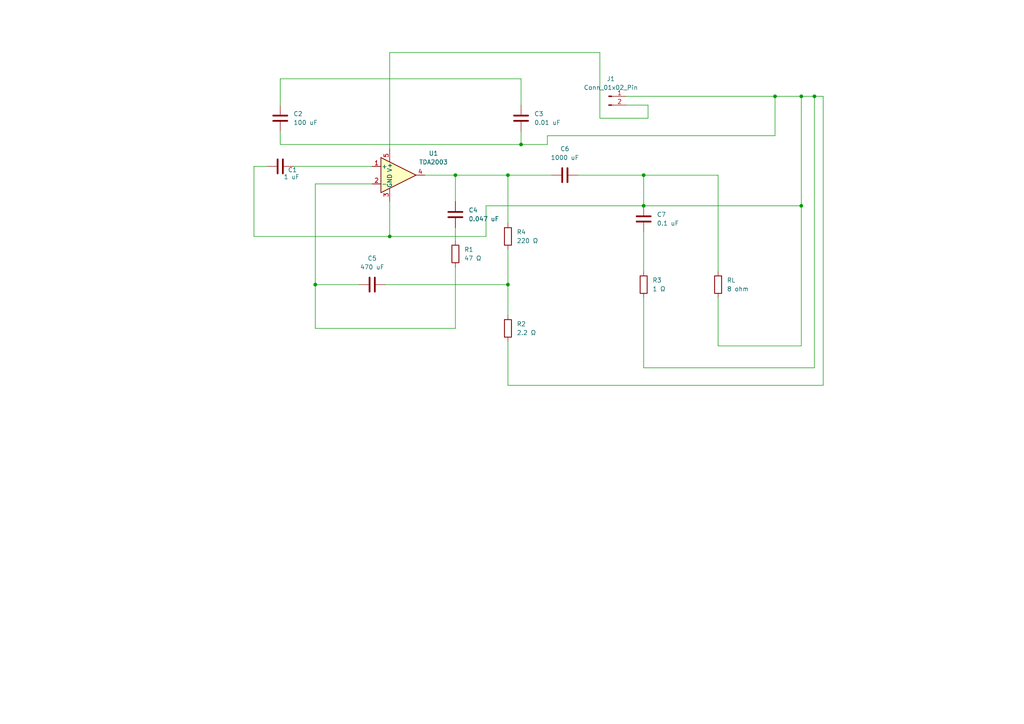
<source format=kicad_sch>
(kicad_sch
	(version 20231120)
	(generator "eeschema")
	(generator_version "8.0")
	(uuid "6256b6e5-ca54-4667-9db5-aca5fdb91787")
	(paper "A4")
	(lib_symbols
		(symbol "Amplifier_Audio:TDA2003"
			(pin_names
				(offset 0.127)
			)
			(exclude_from_sim no)
			(in_bom yes)
			(on_board yes)
			(property "Reference" "U"
				(at 3.81 6.35 0)
				(effects
					(font
						(size 1.27 1.27)
					)
				)
			)
			(property "Value" "TDA2003"
				(at 3.81 3.81 0)
				(effects
					(font
						(size 1.27 1.27)
					)
				)
			)
			(property "Footprint" "Package_TO_SOT_THT:TO-220-5_P3.4x3.7mm_StaggerOdd_Lead3.8mm_Vertical"
				(at 0 0 0)
				(effects
					(font
						(size 1.27 1.27)
						(italic yes)
					)
					(hide yes)
				)
			)
			(property "Datasheet" "http://www.st.com/resource/en/datasheet/cd00000123.pdf"
				(at 0 0 0)
				(effects
					(font
						(size 1.27 1.27)
					)
					(hide yes)
				)
			)
			(property "Description" "10W Car Radio Audio Amplifier, TO-220-5"
				(at 0 0 0)
				(effects
					(font
						(size 1.27 1.27)
					)
					(hide yes)
				)
			)
			(property "ki_keywords" "audio amplifier"
				(at 0 0 0)
				(effects
					(font
						(size 1.27 1.27)
					)
					(hide yes)
				)
			)
			(property "ki_fp_filters" "TO*220*StaggerOdd*"
				(at 0 0 0)
				(effects
					(font
						(size 1.27 1.27)
					)
					(hide yes)
				)
			)
			(symbol "TDA2003_0_1"
				(polyline
					(pts
						(xy -5.08 5.08) (xy 5.08 0) (xy -5.08 -5.08) (xy -5.08 5.08)
					)
					(stroke
						(width 0.254)
						(type default)
					)
					(fill
						(type background)
					)
				)
			)
			(symbol "TDA2003_1_1"
				(pin input line
					(at -7.62 2.54 0)
					(length 2.54)
					(name "+"
						(effects
							(font
								(size 1.27 1.27)
							)
						)
					)
					(number "1"
						(effects
							(font
								(size 1.27 1.27)
							)
						)
					)
				)
				(pin input line
					(at -7.62 -2.54 0)
					(length 2.54)
					(name "-"
						(effects
							(font
								(size 1.27 1.27)
							)
						)
					)
					(number "2"
						(effects
							(font
								(size 1.27 1.27)
							)
						)
					)
				)
				(pin power_in line
					(at -2.54 -7.62 90)
					(length 3.81)
					(name "GND"
						(effects
							(font
								(size 1.27 1.27)
							)
						)
					)
					(number "3"
						(effects
							(font
								(size 1.27 1.27)
							)
						)
					)
				)
				(pin output line
					(at 7.62 0 180)
					(length 2.54)
					(name "~"
						(effects
							(font
								(size 1.27 1.27)
							)
						)
					)
					(number "4"
						(effects
							(font
								(size 1.27 1.27)
							)
						)
					)
				)
				(pin power_in line
					(at -2.54 7.62 270)
					(length 3.81)
					(name "V+"
						(effects
							(font
								(size 1.27 1.27)
							)
						)
					)
					(number "5"
						(effects
							(font
								(size 1.27 1.27)
							)
						)
					)
				)
			)
		)
		(symbol "Connector:Conn_01x02_Pin"
			(pin_names
				(offset 1.016) hide)
			(exclude_from_sim no)
			(in_bom yes)
			(on_board yes)
			(property "Reference" "J"
				(at 0 2.54 0)
				(effects
					(font
						(size 1.27 1.27)
					)
				)
			)
			(property "Value" "Conn_01x02_Pin"
				(at 0 -5.08 0)
				(effects
					(font
						(size 1.27 1.27)
					)
				)
			)
			(property "Footprint" ""
				(at 0 0 0)
				(effects
					(font
						(size 1.27 1.27)
					)
					(hide yes)
				)
			)
			(property "Datasheet" "~"
				(at 0 0 0)
				(effects
					(font
						(size 1.27 1.27)
					)
					(hide yes)
				)
			)
			(property "Description" "Generic connector, single row, 01x02, script generated"
				(at 0 0 0)
				(effects
					(font
						(size 1.27 1.27)
					)
					(hide yes)
				)
			)
			(property "ki_locked" ""
				(at 0 0 0)
				(effects
					(font
						(size 1.27 1.27)
					)
				)
			)
			(property "ki_keywords" "connector"
				(at 0 0 0)
				(effects
					(font
						(size 1.27 1.27)
					)
					(hide yes)
				)
			)
			(property "ki_fp_filters" "Connector*:*_1x??_*"
				(at 0 0 0)
				(effects
					(font
						(size 1.27 1.27)
					)
					(hide yes)
				)
			)
			(symbol "Conn_01x02_Pin_1_1"
				(polyline
					(pts
						(xy 1.27 -2.54) (xy 0.8636 -2.54)
					)
					(stroke
						(width 0.1524)
						(type default)
					)
					(fill
						(type none)
					)
				)
				(polyline
					(pts
						(xy 1.27 0) (xy 0.8636 0)
					)
					(stroke
						(width 0.1524)
						(type default)
					)
					(fill
						(type none)
					)
				)
				(rectangle
					(start 0.8636 -2.413)
					(end 0 -2.667)
					(stroke
						(width 0.1524)
						(type default)
					)
					(fill
						(type outline)
					)
				)
				(rectangle
					(start 0.8636 0.127)
					(end 0 -0.127)
					(stroke
						(width 0.1524)
						(type default)
					)
					(fill
						(type outline)
					)
				)
				(pin passive line
					(at 5.08 0 180)
					(length 3.81)
					(name "Pin_1"
						(effects
							(font
								(size 1.27 1.27)
							)
						)
					)
					(number "1"
						(effects
							(font
								(size 1.27 1.27)
							)
						)
					)
				)
				(pin passive line
					(at 5.08 -2.54 180)
					(length 3.81)
					(name "Pin_2"
						(effects
							(font
								(size 1.27 1.27)
							)
						)
					)
					(number "2"
						(effects
							(font
								(size 1.27 1.27)
							)
						)
					)
				)
			)
		)
		(symbol "Device:C"
			(pin_numbers hide)
			(pin_names
				(offset 0.254)
			)
			(exclude_from_sim no)
			(in_bom yes)
			(on_board yes)
			(property "Reference" "C"
				(at 0.635 2.54 0)
				(effects
					(font
						(size 1.27 1.27)
					)
					(justify left)
				)
			)
			(property "Value" "C"
				(at 0.635 -2.54 0)
				(effects
					(font
						(size 1.27 1.27)
					)
					(justify left)
				)
			)
			(property "Footprint" ""
				(at 0.9652 -3.81 0)
				(effects
					(font
						(size 1.27 1.27)
					)
					(hide yes)
				)
			)
			(property "Datasheet" "~"
				(at 0 0 0)
				(effects
					(font
						(size 1.27 1.27)
					)
					(hide yes)
				)
			)
			(property "Description" "Unpolarized capacitor"
				(at 0 0 0)
				(effects
					(font
						(size 1.27 1.27)
					)
					(hide yes)
				)
			)
			(property "ki_keywords" "cap capacitor"
				(at 0 0 0)
				(effects
					(font
						(size 1.27 1.27)
					)
					(hide yes)
				)
			)
			(property "ki_fp_filters" "C_*"
				(at 0 0 0)
				(effects
					(font
						(size 1.27 1.27)
					)
					(hide yes)
				)
			)
			(symbol "C_0_1"
				(polyline
					(pts
						(xy -2.032 -0.762) (xy 2.032 -0.762)
					)
					(stroke
						(width 0.508)
						(type default)
					)
					(fill
						(type none)
					)
				)
				(polyline
					(pts
						(xy -2.032 0.762) (xy 2.032 0.762)
					)
					(stroke
						(width 0.508)
						(type default)
					)
					(fill
						(type none)
					)
				)
			)
			(symbol "C_1_1"
				(pin passive line
					(at 0 3.81 270)
					(length 2.794)
					(name "~"
						(effects
							(font
								(size 1.27 1.27)
							)
						)
					)
					(number "1"
						(effects
							(font
								(size 1.27 1.27)
							)
						)
					)
				)
				(pin passive line
					(at 0 -3.81 90)
					(length 2.794)
					(name "~"
						(effects
							(font
								(size 1.27 1.27)
							)
						)
					)
					(number "2"
						(effects
							(font
								(size 1.27 1.27)
							)
						)
					)
				)
			)
		)
		(symbol "Device:R"
			(pin_numbers hide)
			(pin_names
				(offset 0)
			)
			(exclude_from_sim no)
			(in_bom yes)
			(on_board yes)
			(property "Reference" "R"
				(at 2.032 0 90)
				(effects
					(font
						(size 1.27 1.27)
					)
				)
			)
			(property "Value" "R"
				(at 0 0 90)
				(effects
					(font
						(size 1.27 1.27)
					)
				)
			)
			(property "Footprint" ""
				(at -1.778 0 90)
				(effects
					(font
						(size 1.27 1.27)
					)
					(hide yes)
				)
			)
			(property "Datasheet" "~"
				(at 0 0 0)
				(effects
					(font
						(size 1.27 1.27)
					)
					(hide yes)
				)
			)
			(property "Description" "Resistor"
				(at 0 0 0)
				(effects
					(font
						(size 1.27 1.27)
					)
					(hide yes)
				)
			)
			(property "ki_keywords" "R res resistor"
				(at 0 0 0)
				(effects
					(font
						(size 1.27 1.27)
					)
					(hide yes)
				)
			)
			(property "ki_fp_filters" "R_*"
				(at 0 0 0)
				(effects
					(font
						(size 1.27 1.27)
					)
					(hide yes)
				)
			)
			(symbol "R_0_1"
				(rectangle
					(start -1.016 -2.54)
					(end 1.016 2.54)
					(stroke
						(width 0.254)
						(type default)
					)
					(fill
						(type none)
					)
				)
			)
			(symbol "R_1_1"
				(pin passive line
					(at 0 3.81 270)
					(length 1.27)
					(name "~"
						(effects
							(font
								(size 1.27 1.27)
							)
						)
					)
					(number "1"
						(effects
							(font
								(size 1.27 1.27)
							)
						)
					)
				)
				(pin passive line
					(at 0 -3.81 90)
					(length 1.27)
					(name "~"
						(effects
							(font
								(size 1.27 1.27)
							)
						)
					)
					(number "2"
						(effects
							(font
								(size 1.27 1.27)
							)
						)
					)
				)
			)
		)
	)
	(junction
		(at 232.41 27.94)
		(diameter 0)
		(color 0 0 0 0)
		(uuid "0ea24e0c-e536-4665-979b-0fffe0f5feb9")
	)
	(junction
		(at 224.79 27.94)
		(diameter 0)
		(color 0 0 0 0)
		(uuid "16d47291-88bd-4a42-aa01-7086a0b0a41e")
	)
	(junction
		(at 186.69 59.69)
		(diameter 0)
		(color 0 0 0 0)
		(uuid "230fb8df-82d3-4c3d-a02b-cc61ff8a0c2b")
	)
	(junction
		(at 151.13 41.91)
		(diameter 0)
		(color 0 0 0 0)
		(uuid "32316c1d-4f42-4ac2-a524-a18085cf0efc")
	)
	(junction
		(at 132.08 50.8)
		(diameter 0)
		(color 0 0 0 0)
		(uuid "3fc03fe7-07ea-480d-a93f-4b1571ec5c54")
	)
	(junction
		(at 91.44 82.55)
		(diameter 0)
		(color 0 0 0 0)
		(uuid "5ccc2205-c0ac-4e6f-bc86-69a9bdca639f")
	)
	(junction
		(at 236.22 27.94)
		(diameter 0)
		(color 0 0 0 0)
		(uuid "978cc0ca-5b90-43a6-8fd8-9e84b15ffc94")
	)
	(junction
		(at 113.03 68.58)
		(diameter 0)
		(color 0 0 0 0)
		(uuid "9f9fdbba-5107-4b94-bc94-6184c4701f09")
	)
	(junction
		(at 186.69 50.8)
		(diameter 0)
		(color 0 0 0 0)
		(uuid "a2eb5cef-9aa9-4440-b1e5-c1f88f21409d")
	)
	(junction
		(at 147.32 82.55)
		(diameter 0)
		(color 0 0 0 0)
		(uuid "dda56dc6-f740-4069-a85f-bcaf6eba3795")
	)
	(junction
		(at 232.41 59.69)
		(diameter 0)
		(color 0 0 0 0)
		(uuid "f32dfb8f-18f7-41e4-bb76-263287aff04d")
	)
	(junction
		(at 147.32 50.8)
		(diameter 0)
		(color 0 0 0 0)
		(uuid "f97744ec-3e3a-49c9-bf29-1e3d8416e6d5")
	)
	(wire
		(pts
			(xy 73.66 68.58) (xy 113.03 68.58)
		)
		(stroke
			(width 0)
			(type default)
		)
		(uuid "0136f694-edbf-4075-91f0-1a0167d006ad")
	)
	(wire
		(pts
			(xy 158.75 41.91) (xy 151.13 41.91)
		)
		(stroke
			(width 0)
			(type default)
		)
		(uuid "078006d3-47e3-43fd-aaeb-b4746ecef31c")
	)
	(wire
		(pts
			(xy 147.32 50.8) (xy 160.02 50.8)
		)
		(stroke
			(width 0)
			(type default)
		)
		(uuid "1edcab64-4d56-439d-b4b5-21aa0cc4fb98")
	)
	(wire
		(pts
			(xy 208.28 100.33) (xy 232.41 100.33)
		)
		(stroke
			(width 0)
			(type default)
		)
		(uuid "20744010-bb70-4fbc-911a-7453e953e4da")
	)
	(wire
		(pts
			(xy 147.32 82.55) (xy 147.32 91.44)
		)
		(stroke
			(width 0)
			(type default)
		)
		(uuid "22878b08-3fcc-454d-b4ef-5e2656811920")
	)
	(wire
		(pts
			(xy 147.32 64.77) (xy 147.32 50.8)
		)
		(stroke
			(width 0)
			(type default)
		)
		(uuid "255aa7b6-b0c8-44fd-a351-74f75235235f")
	)
	(wire
		(pts
			(xy 187.96 30.48) (xy 181.61 30.48)
		)
		(stroke
			(width 0)
			(type default)
		)
		(uuid "25e478f0-699a-4ef4-acfd-a4c602d66004")
	)
	(wire
		(pts
			(xy 113.03 43.18) (xy 113.03 15.24)
		)
		(stroke
			(width 0)
			(type default)
		)
		(uuid "312af1da-069c-4789-bf0a-7f0a1a379dfc")
	)
	(wire
		(pts
			(xy 147.32 99.06) (xy 147.32 111.76)
		)
		(stroke
			(width 0)
			(type default)
		)
		(uuid "348e5150-9055-4647-9c79-bf3720f9faf8")
	)
	(wire
		(pts
			(xy 73.66 48.26) (xy 73.66 68.58)
		)
		(stroke
			(width 0)
			(type default)
		)
		(uuid "34b6c6fe-1646-4547-9629-53e07fdc56db")
	)
	(wire
		(pts
			(xy 132.08 95.25) (xy 91.44 95.25)
		)
		(stroke
			(width 0)
			(type default)
		)
		(uuid "3655ecef-10df-4fc2-9925-c8624b89b7aa")
	)
	(wire
		(pts
			(xy 113.03 68.58) (xy 140.97 68.58)
		)
		(stroke
			(width 0)
			(type default)
		)
		(uuid "3d11d0b6-23a8-45b0-aee7-4a64c96343dc")
	)
	(wire
		(pts
			(xy 186.69 106.68) (xy 236.22 106.68)
		)
		(stroke
			(width 0)
			(type default)
		)
		(uuid "4408abbb-1541-4eef-99db-99ad050a8b03")
	)
	(wire
		(pts
			(xy 147.32 111.76) (xy 238.76 111.76)
		)
		(stroke
			(width 0)
			(type default)
		)
		(uuid "4f2f3f17-d205-42ef-8e8d-39af2ffa27a2")
	)
	(wire
		(pts
			(xy 113.03 58.42) (xy 113.03 68.58)
		)
		(stroke
			(width 0)
			(type default)
		)
		(uuid "50ff3381-4c12-483a-b2c1-a7cbce4aa48f")
	)
	(wire
		(pts
			(xy 132.08 77.47) (xy 132.08 95.25)
		)
		(stroke
			(width 0)
			(type default)
		)
		(uuid "525af9ac-8d07-4f14-9a2a-ceed7ab53837")
	)
	(wire
		(pts
			(xy 85.09 48.26) (xy 107.95 48.26)
		)
		(stroke
			(width 0)
			(type default)
		)
		(uuid "569d77bb-b29b-496f-b589-0758bbcd6849")
	)
	(wire
		(pts
			(xy 81.28 38.1) (xy 81.28 41.91)
		)
		(stroke
			(width 0)
			(type default)
		)
		(uuid "5b9094c4-f651-4823-890c-78ce5267379c")
	)
	(wire
		(pts
			(xy 151.13 22.86) (xy 151.13 30.48)
		)
		(stroke
			(width 0)
			(type default)
		)
		(uuid "5bf107fa-6c7a-417e-8b84-1899ad08c09e")
	)
	(wire
		(pts
			(xy 91.44 82.55) (xy 91.44 53.34)
		)
		(stroke
			(width 0)
			(type default)
		)
		(uuid "5cce21f6-b9e1-40c6-ad49-46f443313c38")
	)
	(wire
		(pts
			(xy 232.41 27.94) (xy 224.79 27.94)
		)
		(stroke
			(width 0)
			(type default)
		)
		(uuid "62bd59d2-406a-4ebc-9530-c838b3e9cb1f")
	)
	(wire
		(pts
			(xy 208.28 78.74) (xy 208.28 50.8)
		)
		(stroke
			(width 0)
			(type default)
		)
		(uuid "6471e1dc-df6d-4f8f-85ab-6551937ba3e3")
	)
	(wire
		(pts
			(xy 132.08 50.8) (xy 132.08 58.42)
		)
		(stroke
			(width 0)
			(type default)
		)
		(uuid "6d1fac49-7614-4d12-aa60-db383bbf9da2")
	)
	(wire
		(pts
			(xy 232.41 100.33) (xy 232.41 59.69)
		)
		(stroke
			(width 0)
			(type default)
		)
		(uuid "6e087279-4a33-4a67-aab6-45fd15f5ede2")
	)
	(wire
		(pts
			(xy 151.13 38.1) (xy 151.13 41.91)
		)
		(stroke
			(width 0)
			(type default)
		)
		(uuid "6eee7da3-a867-4ee1-a09e-09d56660044c")
	)
	(wire
		(pts
			(xy 132.08 50.8) (xy 147.32 50.8)
		)
		(stroke
			(width 0)
			(type default)
		)
		(uuid "72bb0143-da0f-4c9c-8baa-890811babd76")
	)
	(wire
		(pts
			(xy 140.97 59.69) (xy 186.69 59.69)
		)
		(stroke
			(width 0)
			(type default)
		)
		(uuid "77c5481d-f240-43a1-9ef2-3064e1f157f3")
	)
	(wire
		(pts
			(xy 113.03 15.24) (xy 173.99 15.24)
		)
		(stroke
			(width 0)
			(type default)
		)
		(uuid "79389ba0-07f5-4f9b-80fa-eb47cd0c8898")
	)
	(wire
		(pts
			(xy 238.76 111.76) (xy 238.76 27.94)
		)
		(stroke
			(width 0)
			(type default)
		)
		(uuid "7996d8c8-5033-437e-8d0a-ddc7c5403333")
	)
	(wire
		(pts
			(xy 132.08 66.04) (xy 132.08 69.85)
		)
		(stroke
			(width 0)
			(type default)
		)
		(uuid "7ea111ec-f46f-4925-88ab-da7cdaaffc1c")
	)
	(wire
		(pts
			(xy 236.22 27.94) (xy 236.22 106.68)
		)
		(stroke
			(width 0)
			(type default)
		)
		(uuid "83a0ab2f-217b-44bf-adf9-c2ebc7d45cf2")
	)
	(wire
		(pts
			(xy 186.69 50.8) (xy 208.28 50.8)
		)
		(stroke
			(width 0)
			(type default)
		)
		(uuid "88a4b6ad-e01e-439c-900f-0937c6f5e145")
	)
	(wire
		(pts
			(xy 158.75 39.37) (xy 158.75 41.91)
		)
		(stroke
			(width 0)
			(type default)
		)
		(uuid "90cbcb00-5113-4902-8b28-80237098aed6")
	)
	(wire
		(pts
			(xy 147.32 72.39) (xy 147.32 82.55)
		)
		(stroke
			(width 0)
			(type default)
		)
		(uuid "956826c5-45da-49df-bb2e-0cd584463d25")
	)
	(wire
		(pts
			(xy 104.14 82.55) (xy 91.44 82.55)
		)
		(stroke
			(width 0)
			(type default)
		)
		(uuid "9569e00d-34d2-4b3a-95df-bc7307fb81e7")
	)
	(wire
		(pts
			(xy 158.75 39.37) (xy 224.79 39.37)
		)
		(stroke
			(width 0)
			(type default)
		)
		(uuid "a29466ae-0046-48a2-a80c-84c61e5a69fc")
	)
	(wire
		(pts
			(xy 186.69 59.69) (xy 232.41 59.69)
		)
		(stroke
			(width 0)
			(type default)
		)
		(uuid "a92790cf-dc1b-4e64-9870-b8a0690c0016")
	)
	(wire
		(pts
			(xy 91.44 53.34) (xy 107.95 53.34)
		)
		(stroke
			(width 0)
			(type default)
		)
		(uuid "aec60db7-bd94-4b6e-92e5-9b977058f6f9")
	)
	(wire
		(pts
			(xy 238.76 27.94) (xy 236.22 27.94)
		)
		(stroke
			(width 0)
			(type default)
		)
		(uuid "b2efcbd8-8eb4-45e2-ac93-20cef38f387b")
	)
	(wire
		(pts
			(xy 167.64 50.8) (xy 186.69 50.8)
		)
		(stroke
			(width 0)
			(type default)
		)
		(uuid "b4837e0f-4365-4da6-bcd8-2b312d787b4f")
	)
	(wire
		(pts
			(xy 81.28 30.48) (xy 81.28 22.86)
		)
		(stroke
			(width 0)
			(type default)
		)
		(uuid "b515f74f-30a0-4798-a4a8-9e0ef400232d")
	)
	(wire
		(pts
			(xy 140.97 68.58) (xy 140.97 59.69)
		)
		(stroke
			(width 0)
			(type default)
		)
		(uuid "b7d66a8e-85a1-4da6-bad2-9eef8b6cb8cb")
	)
	(wire
		(pts
			(xy 173.99 15.24) (xy 173.99 34.29)
		)
		(stroke
			(width 0)
			(type default)
		)
		(uuid "b85a105b-c0d2-4e8d-91a8-ae2469a7d81d")
	)
	(wire
		(pts
			(xy 91.44 95.25) (xy 91.44 82.55)
		)
		(stroke
			(width 0)
			(type default)
		)
		(uuid "c3e6f21b-07d1-4685-a961-e133a4f28a64")
	)
	(wire
		(pts
			(xy 186.69 67.31) (xy 186.69 78.74)
		)
		(stroke
			(width 0)
			(type default)
		)
		(uuid "c749eff9-d937-4dba-9f32-11901c8f91e7")
	)
	(wire
		(pts
			(xy 224.79 27.94) (xy 181.61 27.94)
		)
		(stroke
			(width 0)
			(type default)
		)
		(uuid "cbe2f236-31d9-4b21-8658-f91372789034")
	)
	(wire
		(pts
			(xy 77.47 48.26) (xy 73.66 48.26)
		)
		(stroke
			(width 0)
			(type default)
		)
		(uuid "cc50f190-e36b-4665-9d6e-decd7cad2a10")
	)
	(wire
		(pts
			(xy 186.69 59.69) (xy 186.69 50.8)
		)
		(stroke
			(width 0)
			(type default)
		)
		(uuid "ce264e2d-2a01-47e8-956f-83dd0502805a")
	)
	(wire
		(pts
			(xy 224.79 27.94) (xy 224.79 39.37)
		)
		(stroke
			(width 0)
			(type default)
		)
		(uuid "d1988337-ca7d-4976-8250-32c9582de6a7")
	)
	(wire
		(pts
			(xy 81.28 41.91) (xy 151.13 41.91)
		)
		(stroke
			(width 0)
			(type default)
		)
		(uuid "d68fd9d6-1ccd-43e3-91f2-54ab9420689c")
	)
	(wire
		(pts
			(xy 208.28 86.36) (xy 208.28 100.33)
		)
		(stroke
			(width 0)
			(type default)
		)
		(uuid "daf2fb8c-9d2e-46d7-b49a-4969df70ca53")
	)
	(wire
		(pts
			(xy 187.96 34.29) (xy 187.96 30.48)
		)
		(stroke
			(width 0)
			(type default)
		)
		(uuid "de8c1e5c-8758-4dd3-a51b-e5ce847136e6")
	)
	(wire
		(pts
			(xy 232.41 59.69) (xy 232.41 27.94)
		)
		(stroke
			(width 0)
			(type default)
		)
		(uuid "edc68e2a-c25a-4391-932e-e41987afe644")
	)
	(wire
		(pts
			(xy 81.28 22.86) (xy 151.13 22.86)
		)
		(stroke
			(width 0)
			(type default)
		)
		(uuid "f5835104-7e46-48a9-a930-e5c98a067e44")
	)
	(wire
		(pts
			(xy 123.19 50.8) (xy 132.08 50.8)
		)
		(stroke
			(width 0)
			(type default)
		)
		(uuid "f6daf39f-3193-4db4-8792-8b5e7c929b8d")
	)
	(wire
		(pts
			(xy 173.99 34.29) (xy 187.96 34.29)
		)
		(stroke
			(width 0)
			(type default)
		)
		(uuid "f885e6f3-75db-4f40-b850-d0a036ce60f4")
	)
	(wire
		(pts
			(xy 111.76 82.55) (xy 147.32 82.55)
		)
		(stroke
			(width 0)
			(type default)
		)
		(uuid "f9caa219-3281-4066-bf72-d004fa7e95c5")
	)
	(wire
		(pts
			(xy 236.22 27.94) (xy 232.41 27.94)
		)
		(stroke
			(width 0)
			(type default)
		)
		(uuid "fa1a3768-9ea1-4d2c-8f55-d0e6409147d9")
	)
	(wire
		(pts
			(xy 186.69 86.36) (xy 186.69 106.68)
		)
		(stroke
			(width 0)
			(type default)
		)
		(uuid "fc9a9240-75d3-4b18-bc20-cf50284f6c06")
	)
	(symbol
		(lib_id "Device:R")
		(at 147.32 68.58 0)
		(unit 1)
		(exclude_from_sim no)
		(in_bom yes)
		(on_board yes)
		(dnp no)
		(fields_autoplaced yes)
		(uuid "1469911b-dc35-4879-9c39-686664a4e8fb")
		(property "Reference" "R4"
			(at 149.86 67.3099 0)
			(effects
				(font
					(size 1.27 1.27)
				)
				(justify left)
			)
		)
		(property "Value" "220 Ω"
			(at 149.86 69.8499 0)
			(effects
				(font
					(size 1.27 1.27)
				)
				(justify left)
			)
		)
		(property "Footprint" ""
			(at 145.542 68.58 90)
			(effects
				(font
					(size 1.27 1.27)
				)
				(hide yes)
			)
		)
		(property "Datasheet" "~"
			(at 147.32 68.58 0)
			(effects
				(font
					(size 1.27 1.27)
				)
				(hide yes)
			)
		)
		(property "Description" "Resistor"
			(at 147.32 68.58 0)
			(effects
				(font
					(size 1.27 1.27)
				)
				(hide yes)
			)
		)
		(pin "1"
			(uuid "06ad371d-e08e-44f0-b8c9-f2e56cf99fec")
		)
		(pin "2"
			(uuid "2dfb872d-d5c4-4bc8-86bb-132114fc205f")
		)
		(instances
			(project "TL20441"
				(path "/6256b6e5-ca54-4667-9db5-aca5fdb91787"
					(reference "R4")
					(unit 1)
				)
			)
		)
	)
	(symbol
		(lib_id "Device:C")
		(at 151.13 34.29 0)
		(unit 1)
		(exclude_from_sim no)
		(in_bom yes)
		(on_board yes)
		(dnp no)
		(fields_autoplaced yes)
		(uuid "1992dd08-3e45-40ed-8f95-80549a7880b2")
		(property "Reference" "C3"
			(at 154.94 33.0199 0)
			(effects
				(font
					(size 1.27 1.27)
				)
				(justify left)
			)
		)
		(property "Value" "0.01 uF"
			(at 154.94 35.5599 0)
			(effects
				(font
					(size 1.27 1.27)
				)
				(justify left)
			)
		)
		(property "Footprint" ""
			(at 152.0952 38.1 0)
			(effects
				(font
					(size 1.27 1.27)
				)
				(hide yes)
			)
		)
		(property "Datasheet" "~"
			(at 151.13 34.29 0)
			(effects
				(font
					(size 1.27 1.27)
				)
				(hide yes)
			)
		)
		(property "Description" "Unpolarized capacitor"
			(at 151.13 34.29 0)
			(effects
				(font
					(size 1.27 1.27)
				)
				(hide yes)
			)
		)
		(pin "1"
			(uuid "2bedfb84-8820-4f76-b93f-9736aa34b55c")
		)
		(pin "2"
			(uuid "880a4c40-a1f8-4bd8-9066-30b3dac96fde")
		)
		(instances
			(project ""
				(path "/6256b6e5-ca54-4667-9db5-aca5fdb91787"
					(reference "C3")
					(unit 1)
				)
			)
		)
	)
	(symbol
		(lib_id "Amplifier_Audio:TDA2003")
		(at 115.57 50.8 0)
		(unit 1)
		(exclude_from_sim no)
		(in_bom yes)
		(on_board yes)
		(dnp no)
		(fields_autoplaced yes)
		(uuid "249abeba-daa5-46c3-a6a8-a2a547c7fb68")
		(property "Reference" "U1"
			(at 125.73 44.4814 0)
			(effects
				(font
					(size 1.27 1.27)
				)
			)
		)
		(property "Value" "TDA2003"
			(at 125.73 47.0214 0)
			(effects
				(font
					(size 1.27 1.27)
				)
			)
		)
		(property "Footprint" "Package_TO_SOT_THT:TO-220-5_P3.4x3.7mm_StaggerOdd_Lead3.8mm_Vertical"
			(at 115.57 50.8 0)
			(effects
				(font
					(size 1.27 1.27)
					(italic yes)
				)
				(hide yes)
			)
		)
		(property "Datasheet" "http://www.st.com/resource/en/datasheet/cd00000123.pdf"
			(at 115.57 50.8 0)
			(effects
				(font
					(size 1.27 1.27)
				)
				(hide yes)
			)
		)
		(property "Description" "10W Car Radio Audio Amplifier, TO-220-5"
			(at 115.57 50.8 0)
			(effects
				(font
					(size 1.27 1.27)
				)
				(hide yes)
			)
		)
		(pin "3"
			(uuid "9d2ec916-4669-4bb3-b607-60be32647002")
		)
		(pin "1"
			(uuid "9582ed7d-991b-41ca-a6f8-f07d1dd9fbf9")
		)
		(pin "2"
			(uuid "4d715e58-1b7b-4b99-a02f-623dd4995dcc")
		)
		(pin "5"
			(uuid "08168987-1fd9-4a3f-b904-f182119db941")
		)
		(pin "4"
			(uuid "7ba528b5-e7ea-4b84-b744-3cf948876215")
		)
		(instances
			(project ""
				(path "/6256b6e5-ca54-4667-9db5-aca5fdb91787"
					(reference "U1")
					(unit 1)
				)
			)
		)
	)
	(symbol
		(lib_id "Device:C")
		(at 81.28 48.26 90)
		(unit 1)
		(exclude_from_sim no)
		(in_bom yes)
		(on_board yes)
		(dnp no)
		(uuid "3dc7f00a-d398-46d0-b7c0-d0d1717c1f8d")
		(property "Reference" "C1"
			(at 84.836 49.276 90)
			(effects
				(font
					(size 1.27 1.27)
				)
			)
		)
		(property "Value" "1 uF"
			(at 84.582 51.308 90)
			(effects
				(font
					(size 1.27 1.27)
				)
			)
		)
		(property "Footprint" ""
			(at 85.09 47.2948 0)
			(effects
				(font
					(size 1.27 1.27)
				)
				(hide yes)
			)
		)
		(property "Datasheet" "~"
			(at 81.28 48.26 0)
			(effects
				(font
					(size 1.27 1.27)
				)
				(hide yes)
			)
		)
		(property "Description" "Unpolarized capacitor"
			(at 81.28 48.26 0)
			(effects
				(font
					(size 1.27 1.27)
				)
				(hide yes)
			)
		)
		(pin "2"
			(uuid "885262c4-0780-4f6b-ab0b-66b435be7d7f")
		)
		(pin "1"
			(uuid "31cb3702-73a2-4f8d-989e-0b4d6d26bb55")
		)
		(instances
			(project ""
				(path "/6256b6e5-ca54-4667-9db5-aca5fdb91787"
					(reference "C1")
					(unit 1)
				)
			)
		)
	)
	(symbol
		(lib_id "Connector:Conn_01x02_Pin")
		(at 176.53 27.94 0)
		(unit 1)
		(exclude_from_sim no)
		(in_bom yes)
		(on_board yes)
		(dnp no)
		(fields_autoplaced yes)
		(uuid "89bb5ba0-ee7f-4ff6-a9b2-fd0cfae9d328")
		(property "Reference" "J1"
			(at 177.165 22.86 0)
			(effects
				(font
					(size 1.27 1.27)
				)
			)
		)
		(property "Value" "Conn_01x02_Pin"
			(at 177.165 25.4 0)
			(effects
				(font
					(size 1.27 1.27)
				)
			)
		)
		(property "Footprint" ""
			(at 176.53 27.94 0)
			(effects
				(font
					(size 1.27 1.27)
				)
				(hide yes)
			)
		)
		(property "Datasheet" "~"
			(at 176.53 27.94 0)
			(effects
				(font
					(size 1.27 1.27)
				)
				(hide yes)
			)
		)
		(property "Description" "Generic connector, single row, 01x02, script generated"
			(at 176.53 27.94 0)
			(effects
				(font
					(size 1.27 1.27)
				)
				(hide yes)
			)
		)
		(pin "2"
			(uuid "914517a1-f626-43e8-b94d-28e42378a947")
		)
		(pin "1"
			(uuid "b0c0c97e-6ea3-4fa1-bee0-4e851b14595f")
		)
		(instances
			(project ""
				(path "/6256b6e5-ca54-4667-9db5-aca5fdb91787"
					(reference "J1")
					(unit 1)
				)
			)
		)
	)
	(symbol
		(lib_id "Device:C")
		(at 81.28 34.29 180)
		(unit 1)
		(exclude_from_sim no)
		(in_bom yes)
		(on_board yes)
		(dnp no)
		(fields_autoplaced yes)
		(uuid "98667b92-8cd9-46fc-8870-fa8fff795e11")
		(property "Reference" "C2"
			(at 85.09 33.0199 0)
			(effects
				(font
					(size 1.27 1.27)
				)
				(justify right)
			)
		)
		(property "Value" "100 uF"
			(at 85.09 35.5599 0)
			(effects
				(font
					(size 1.27 1.27)
				)
				(justify right)
			)
		)
		(property "Footprint" ""
			(at 80.3148 30.48 0)
			(effects
				(font
					(size 1.27 1.27)
				)
				(hide yes)
			)
		)
		(property "Datasheet" "~"
			(at 81.28 34.29 0)
			(effects
				(font
					(size 1.27 1.27)
				)
				(hide yes)
			)
		)
		(property "Description" "Unpolarized capacitor"
			(at 81.28 34.29 0)
			(effects
				(font
					(size 1.27 1.27)
				)
				(hide yes)
			)
		)
		(pin "2"
			(uuid "2a914e65-2b5b-45c4-8b78-a7cd5f27afd6")
		)
		(pin "1"
			(uuid "4a277ac9-aeb0-4c55-8cad-6453193510bb")
		)
		(instances
			(project ""
				(path "/6256b6e5-ca54-4667-9db5-aca5fdb91787"
					(reference "C2")
					(unit 1)
				)
			)
		)
	)
	(symbol
		(lib_id "Device:C")
		(at 186.69 63.5 180)
		(unit 1)
		(exclude_from_sim no)
		(in_bom yes)
		(on_board yes)
		(dnp no)
		(fields_autoplaced yes)
		(uuid "9afa480e-04a4-480b-a1c4-4943dac66596")
		(property "Reference" "C7"
			(at 190.5 62.2299 0)
			(effects
				(font
					(size 1.27 1.27)
				)
				(justify right)
			)
		)
		(property "Value" "0.1 uF"
			(at 190.5 64.7699 0)
			(effects
				(font
					(size 1.27 1.27)
				)
				(justify right)
			)
		)
		(property "Footprint" ""
			(at 185.7248 59.69 0)
			(effects
				(font
					(size 1.27 1.27)
				)
				(hide yes)
			)
		)
		(property "Datasheet" "~"
			(at 186.69 63.5 0)
			(effects
				(font
					(size 1.27 1.27)
				)
				(hide yes)
			)
		)
		(property "Description" "Unpolarized capacitor"
			(at 186.69 63.5 0)
			(effects
				(font
					(size 1.27 1.27)
				)
				(hide yes)
			)
		)
		(pin "1"
			(uuid "6804fbad-5b58-426f-a9cb-d53f0779a9b1")
		)
		(pin "2"
			(uuid "d1f45d26-7426-41a8-aa39-6f021a92f0eb")
		)
		(instances
			(project "TL20441"
				(path "/6256b6e5-ca54-4667-9db5-aca5fdb91787"
					(reference "C7")
					(unit 1)
				)
			)
		)
	)
	(symbol
		(lib_id "Device:R")
		(at 147.32 95.25 0)
		(unit 1)
		(exclude_from_sim no)
		(in_bom yes)
		(on_board yes)
		(dnp no)
		(fields_autoplaced yes)
		(uuid "b41c3931-8095-4181-beb4-ff69554f88db")
		(property "Reference" "R2"
			(at 149.86 93.9799 0)
			(effects
				(font
					(size 1.27 1.27)
				)
				(justify left)
			)
		)
		(property "Value" "2.2 Ω"
			(at 149.86 96.5199 0)
			(effects
				(font
					(size 1.27 1.27)
				)
				(justify left)
			)
		)
		(property "Footprint" ""
			(at 145.542 95.25 90)
			(effects
				(font
					(size 1.27 1.27)
				)
				(hide yes)
			)
		)
		(property "Datasheet" "~"
			(at 147.32 95.25 0)
			(effects
				(font
					(size 1.27 1.27)
				)
				(hide yes)
			)
		)
		(property "Description" "Resistor"
			(at 147.32 95.25 0)
			(effects
				(font
					(size 1.27 1.27)
				)
				(hide yes)
			)
		)
		(pin "1"
			(uuid "fa51dd12-649d-44d6-b5f2-f3f54e683cbb")
		)
		(pin "2"
			(uuid "25216fbc-222b-46bc-872e-89144b9b7955")
		)
		(instances
			(project "TL20441"
				(path "/6256b6e5-ca54-4667-9db5-aca5fdb91787"
					(reference "R2")
					(unit 1)
				)
			)
		)
	)
	(symbol
		(lib_id "Device:C")
		(at 107.95 82.55 90)
		(unit 1)
		(exclude_from_sim no)
		(in_bom yes)
		(on_board yes)
		(dnp no)
		(fields_autoplaced yes)
		(uuid "ba18aa72-fad3-4a11-98c9-fd7c6c0fde2b")
		(property "Reference" "C5"
			(at 107.95 74.93 90)
			(effects
				(font
					(size 1.27 1.27)
				)
			)
		)
		(property "Value" "470 uF"
			(at 107.95 77.47 90)
			(effects
				(font
					(size 1.27 1.27)
				)
			)
		)
		(property "Footprint" ""
			(at 111.76 81.5848 0)
			(effects
				(font
					(size 1.27 1.27)
				)
				(hide yes)
			)
		)
		(property "Datasheet" "~"
			(at 107.95 82.55 0)
			(effects
				(font
					(size 1.27 1.27)
				)
				(hide yes)
			)
		)
		(property "Description" "Unpolarized capacitor"
			(at 107.95 82.55 0)
			(effects
				(font
					(size 1.27 1.27)
				)
				(hide yes)
			)
		)
		(pin "2"
			(uuid "a86ef0d7-fd2c-44d9-a627-a5598aba8073")
		)
		(pin "1"
			(uuid "941d4628-61af-4779-a909-17d9b3e2b163")
		)
		(instances
			(project ""
				(path "/6256b6e5-ca54-4667-9db5-aca5fdb91787"
					(reference "C5")
					(unit 1)
				)
			)
		)
	)
	(symbol
		(lib_id "Device:C")
		(at 163.83 50.8 90)
		(unit 1)
		(exclude_from_sim no)
		(in_bom yes)
		(on_board yes)
		(dnp no)
		(fields_autoplaced yes)
		(uuid "c599a653-9bae-4fc1-99e0-8fa2fcc7b7a1")
		(property "Reference" "C6"
			(at 163.83 43.18 90)
			(effects
				(font
					(size 1.27 1.27)
				)
			)
		)
		(property "Value" "1000 uF"
			(at 163.83 45.72 90)
			(effects
				(font
					(size 1.27 1.27)
				)
			)
		)
		(property "Footprint" ""
			(at 167.64 49.8348 0)
			(effects
				(font
					(size 1.27 1.27)
				)
				(hide yes)
			)
		)
		(property "Datasheet" "~"
			(at 163.83 50.8 0)
			(effects
				(font
					(size 1.27 1.27)
				)
				(hide yes)
			)
		)
		(property "Description" "Unpolarized capacitor"
			(at 163.83 50.8 0)
			(effects
				(font
					(size 1.27 1.27)
				)
				(hide yes)
			)
		)
		(pin "1"
			(uuid "05bc14ba-4429-4acd-b81e-cbc465855908")
		)
		(pin "2"
			(uuid "40f2d5fc-23be-4b06-8d96-b4b6e935bc5f")
		)
		(instances
			(project ""
				(path "/6256b6e5-ca54-4667-9db5-aca5fdb91787"
					(reference "C6")
					(unit 1)
				)
			)
		)
	)
	(symbol
		(lib_id "Device:R")
		(at 208.28 82.55 0)
		(unit 1)
		(exclude_from_sim no)
		(in_bom yes)
		(on_board yes)
		(dnp no)
		(fields_autoplaced yes)
		(uuid "cc8080d1-5f41-4ef7-a751-9f07a4714dab")
		(property "Reference" "RL"
			(at 210.82 81.2799 0)
			(effects
				(font
					(size 1.27 1.27)
				)
				(justify left)
			)
		)
		(property "Value" "8 ohm"
			(at 210.82 83.8199 0)
			(effects
				(font
					(size 1.27 1.27)
				)
				(justify left)
			)
		)
		(property "Footprint" ""
			(at 206.502 82.55 90)
			(effects
				(font
					(size 1.27 1.27)
				)
				(hide yes)
			)
		)
		(property "Datasheet" "~"
			(at 208.28 82.55 0)
			(effects
				(font
					(size 1.27 1.27)
				)
				(hide yes)
			)
		)
		(property "Description" "Resistor"
			(at 208.28 82.55 0)
			(effects
				(font
					(size 1.27 1.27)
				)
				(hide yes)
			)
		)
		(pin "1"
			(uuid "ea503ecf-380d-4f7c-9ff9-c7ca67eddedc")
		)
		(pin "2"
			(uuid "7599b9fb-9f19-439e-b470-09ba00e739f9")
		)
		(instances
			(project ""
				(path "/6256b6e5-ca54-4667-9db5-aca5fdb91787"
					(reference "RL")
					(unit 1)
				)
			)
		)
	)
	(symbol
		(lib_id "Device:R")
		(at 132.08 73.66 0)
		(unit 1)
		(exclude_from_sim no)
		(in_bom yes)
		(on_board yes)
		(dnp no)
		(fields_autoplaced yes)
		(uuid "cfbdb1a1-c042-413f-9b9d-aa9bfbc78485")
		(property "Reference" "R1"
			(at 134.62 72.3899 0)
			(effects
				(font
					(size 1.27 1.27)
				)
				(justify left)
			)
		)
		(property "Value" "47 Ω"
			(at 134.62 74.9299 0)
			(effects
				(font
					(size 1.27 1.27)
				)
				(justify left)
			)
		)
		(property "Footprint" ""
			(at 130.302 73.66 90)
			(effects
				(font
					(size 1.27 1.27)
				)
				(hide yes)
			)
		)
		(property "Datasheet" "~"
			(at 132.08 73.66 0)
			(effects
				(font
					(size 1.27 1.27)
				)
				(hide yes)
			)
		)
		(property "Description" "Resistor"
			(at 132.08 73.66 0)
			(effects
				(font
					(size 1.27 1.27)
				)
				(hide yes)
			)
		)
		(pin "1"
			(uuid "5261bd44-9b59-4b74-9c69-915890be722e")
		)
		(pin "2"
			(uuid "3cefa47f-70d6-47ba-b239-1ed54f9a5e22")
		)
		(instances
			(project ""
				(path "/6256b6e5-ca54-4667-9db5-aca5fdb91787"
					(reference "R1")
					(unit 1)
				)
			)
		)
	)
	(symbol
		(lib_id "Device:C")
		(at 132.08 62.23 180)
		(unit 1)
		(exclude_from_sim no)
		(in_bom yes)
		(on_board yes)
		(dnp no)
		(fields_autoplaced yes)
		(uuid "e0150a5d-0c79-49dd-938f-4ad41b9e6e95")
		(property "Reference" "C4"
			(at 135.89 60.9599 0)
			(effects
				(font
					(size 1.27 1.27)
				)
				(justify right)
			)
		)
		(property "Value" "0.047 uF"
			(at 135.89 63.4999 0)
			(effects
				(font
					(size 1.27 1.27)
				)
				(justify right)
			)
		)
		(property "Footprint" ""
			(at 131.1148 58.42 0)
			(effects
				(font
					(size 1.27 1.27)
				)
				(hide yes)
			)
		)
		(property "Datasheet" "~"
			(at 132.08 62.23 0)
			(effects
				(font
					(size 1.27 1.27)
				)
				(hide yes)
			)
		)
		(property "Description" "Unpolarized capacitor"
			(at 132.08 62.23 0)
			(effects
				(font
					(size 1.27 1.27)
				)
				(hide yes)
			)
		)
		(pin "2"
			(uuid "0bcc6bce-14bf-4db4-b6d1-d60f16835421")
		)
		(pin "1"
			(uuid "aac6c860-c006-4f43-89ef-38c552d075d1")
		)
		(instances
			(project ""
				(path "/6256b6e5-ca54-4667-9db5-aca5fdb91787"
					(reference "C4")
					(unit 1)
				)
			)
		)
	)
	(symbol
		(lib_id "Device:R")
		(at 186.69 82.55 0)
		(unit 1)
		(exclude_from_sim no)
		(in_bom yes)
		(on_board yes)
		(dnp no)
		(fields_autoplaced yes)
		(uuid "e9af90dc-8524-40bd-8778-90e2d43523fa")
		(property "Reference" "R3"
			(at 189.23 81.2799 0)
			(effects
				(font
					(size 1.27 1.27)
				)
				(justify left)
			)
		)
		(property "Value" "1 Ω"
			(at 189.23 83.8199 0)
			(effects
				(font
					(size 1.27 1.27)
				)
				(justify left)
			)
		)
		(property "Footprint" ""
			(at 184.912 82.55 90)
			(effects
				(font
					(size 1.27 1.27)
				)
				(hide yes)
			)
		)
		(property "Datasheet" "~"
			(at 186.69 82.55 0)
			(effects
				(font
					(size 1.27 1.27)
				)
				(hide yes)
			)
		)
		(property "Description" "Resistor"
			(at 186.69 82.55 0)
			(effects
				(font
					(size 1.27 1.27)
				)
				(hide yes)
			)
		)
		(pin "1"
			(uuid "0baeccbb-98ef-4af4-9dcf-4009459e6141")
		)
		(pin "2"
			(uuid "3fba1630-9037-4670-9f99-cfa6b7b5b0de")
		)
		(instances
			(project "TL20441"
				(path "/6256b6e5-ca54-4667-9db5-aca5fdb91787"
					(reference "R3")
					(unit 1)
				)
			)
		)
	)
	(sheet_instances
		(path "/"
			(page "1")
		)
	)
)

</source>
